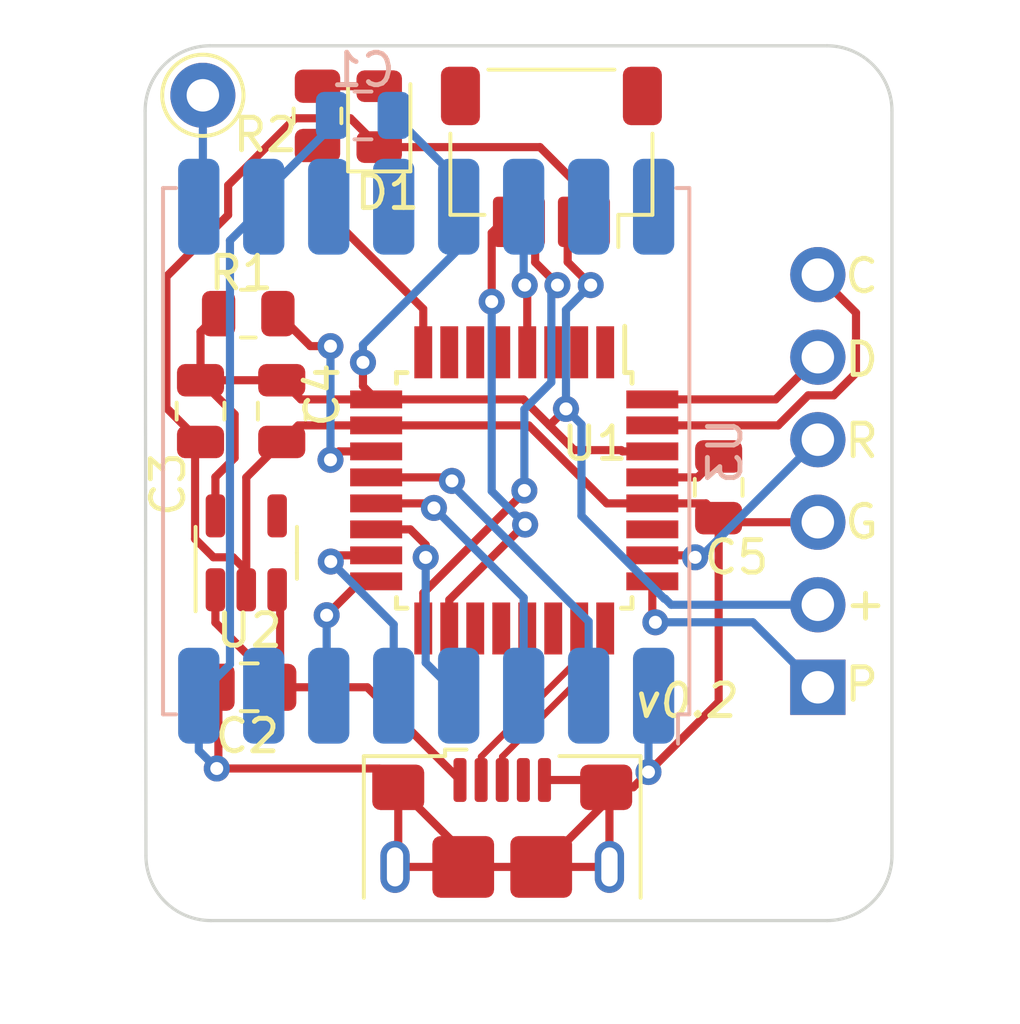
<source format=kicad_pcb>
(kicad_pcb (version 20221018) (generator pcbnew)
  (layers (0 "F.Cu" signal) (31 "B.Cu" signal) (34 "B.Paste" user) (35 "F.Paste" user) (36 "B.SilkS" user "B.Silkscreen") (37 "F.SilkS" user "F.Silkscreen") (38 "B.Mask" user) (39 "F.Mask" user) (44 "Edge.Cuts" user))
  (net 0 "")
  (net 1 "+5V")
  (net 2 "GND")
  (net 3 "+3.3V")
  (net 4 "Net-(U1-VDDCORE)")
  (net 5 "/SWDIO")
  (net 6 "/SDA")
  (net 7 "/SCL")
  (net 8 "/D-")
  (net 9 "/D+")
  (net 20 "/RESET")
  (net 21 "/PA27")
  (net 22 "/SWCLK")
  (net 24 "/MISO")
  (net 25 "/MOSI")
  (net 26 "/SCK")
  (net 27 "/CSN")
  (net 28 "/RST")
  (net 30 "/ANT")
  (net 33 "/INTR")
  (net 36 "Net-(D1-A)")
  (net 38 "Net-(U1-PA08)")
  (net 39 "Net-(U1-PA07)")
  (footprint "Capacitor_SMD:C_0805_2012Metric" (layer "F.Cu") (at 133 99.5 180)
    (fp_text reference "C2" (at 0.0564 -1.5) (layer "F.SilkS"))
    (fp_text value "10uF")
    (fp_line (start -0.261252 -0.735) (end 0.261252 -0.735) (stroke (width 0.12)) (layer "F.SilkS"))
    (fp_line (start -0.261252 0.735) (end 0.261252 0.735) (stroke (width 0.12)) (layer "F.SilkS"))
    (pad "1" smd roundrect (at -0.95 0 180) (size 1 1.45) (layers "F.Cu" "F.Paste" "F.Mask") (net 1 "+5V"))
    (pad "2" smd roundrect (at 0.95 0 180) (size 1 1.45) (layers "F.Cu" "F.Paste" "F.Mask") (net 2 "GND"))
  )
  (footprint "Connector_Pin:Pin_D1.0mm_L10.0mm" (layer "F.Cu") (at 131.572 81.28)
    (fp_text reference "ANT1")
    (fp_text value "Conn_01x01_Pin")
    (fp_circle (center 0 0) (end 1.25 0.05) (stroke (width 0.12)) (fill none) (layer "F.SilkS"))
    (pad "1" thru_hole circle (at 0 0) (size 2 2) (drill 1) (layers "*.Cu" "*.Mask") (net 30 "/ANT"))
  )
  (footprint "Resistor_SMD:R_0805_2012Metric" (layer "F.Cu") (at 135.1 81.9125 -90)
    (fp_text reference "R2" (at 0.5875 1.6 -180) (layer "F.SilkS"))
    (fp_text value "5.1k")
    (fp_line (start -0.227064 -0.735) (end 0.227064 -0.735) (stroke (width 0.12)) (layer "F.SilkS"))
    (fp_line (start -0.227064 0.735) (end 0.227064 0.735) (stroke (width 0.12)) (layer "F.SilkS"))
    (pad "1" smd roundrect (at -0.9125 0 270) (size 1.025 1.4) (layers "F.Cu" "F.Paste" "F.Mask") (roundrect_rratio 0.243902) (net 36 "Net-(D1-A)"))
    (pad "2" smd roundrect (at 0.9125 0 270) (size 1.025 1.4) (layers "F.Cu" "F.Paste" "F.Mask") (roundrect_rratio 0.243902) (net 39 "Net-(U1-PA07)"))
  )
  (footprint "MountingHole:MountingHole_2.2mm_M2" (layer "F.Cu") (at 150 104)
    (fp_text reference "H3" hide)
    (fp_text value "MountingHole")
    (pad "" np_thru_hole circle (at 0 0) (size 2.2 2.2) (drill 2.2) (layers "*.Cu" "*.Mask"))
  )
  (footprint "LED_SMD:LED_0805_2012Metric" (layer "F.Cu") (at 137 81.9375 90)
    (fp_text reference "D1" (at -2.3397 0.25 180) (layer "F.SilkS"))
    (fp_text value "LED")
    (fp_line (start -1.685 -0.96) (end -1.685 0.96) (stroke (width 0.12)) (layer "F.SilkS"))
    (fp_line (start -1.685 0.96) (end 1 0.96) (stroke (width 0.12)) (layer "F.SilkS"))
    (fp_line (start 1 -0.96) (end -1.685 -0.96) (stroke (width 0.12)) (layer "F.SilkS"))
    (pad "1" smd roundrect (at -0.9375 0 90) (size 0.975 1.4) (layers "F.Cu" "F.Paste" "F.Mask") (net 2 "GND"))
    (pad "2" smd roundrect (at 0.9375 0 90) (size 0.975 1.4) (layers "F.Cu" "F.Paste" "F.Mask") (net 36 "Net-(D1-A)"))
  )
  (footprint "Resistor_SMD:R_0805_2012Metric" (layer "F.Cu") (at 132.969 88)
    (fp_text reference "R1" (at -0.219 -1.25) (layer "F.SilkS"))
    (fp_text value "5.1k")
    (fp_line (start -0.227064 -0.735) (end 0.227064 -0.735) (stroke (width 0.12)) (layer "F.SilkS"))
    (fp_line (start -0.227064 0.735) (end 0.227064 0.735) (stroke (width 0.12)) (layer "F.SilkS"))
    (pad "1" smd roundrect (at -0.9125 0) (size 1.025 1.4) (layers "F.Cu" "F.Paste" "F.Mask") (roundrect_rratio 0.243902) (net 3 "+3.3V"))
    (pad "2" smd roundrect (at 0.9125 0) (size 1.025 1.4) (layers "F.Cu" "F.Paste" "F.Mask") (roundrect_rratio 0.243902) (net 38 "Net-(U1-PA08)"))
  )
  (footprint "Capacitor_SMD:C_0805_2012Metric" (layer "F.Cu") (at 147.447 93.345 -90)
    (fp_text reference "C5" (at 2.155 -0.553 -180) (layer "F.SilkS"))
    (fp_text value "1uF")
    (fp_line (start -0.261252 -0.735) (end 0.261252 -0.735) (stroke (width 0.12)) (layer "F.SilkS"))
    (fp_line (start -0.261252 0.735) (end 0.261252 0.735) (stroke (width 0.12)) (layer "F.SilkS"))
    (pad "1" smd roundrect (at -0.95 0 270) (size 1 1.45) (layers "F.Cu" "F.Paste" "F.Mask") (net 4 "Net-(U1-VDDCORE)"))
    (pad "2" smd roundrect (at 0.95 0 270) (size 1 1.45) (layers "F.Cu" "F.Paste" "F.Mask") (net 2 "GND"))
  )
  (footprint "Connector_PinHeader_2.54mm:PinHeader_1x06_P2.54mm_Vertical" (layer "F.Cu") (at 150.5 99.5 180)
    (fp_text reference "DBG1")
    (fp_text value "Conn_01x06_Pin")
    (pad "1" thru_hole rect (at 0 0 180) (size 1.7 1.7) (drill 1) (layers "*.Cu" "*.Mask") (net 21 "/PA27"))
    (pad "2" thru_hole oval (at 0 2.54 180) (size 1.7 1.7) (drill 1) (layers "*.Cu" "*.Mask") (net 3 "+3.3V"))
    (pad "3" thru_hole oval (at 0 5.08 180) (size 1.7 1.7) (drill 1) (layers "*.Cu" "*.Mask") (net 2 "GND"))
    (pad "4" thru_hole oval (at 0 7.62 180) (size 1.7 1.7) (drill 1) (layers "*.Cu" "*.Mask") (net 20 "/RESET"))
    (pad "5" thru_hole oval (at 0 10.16 180) (size 1.7 1.7) (drill 1) (layers "*.Cu" "*.Mask") (net 5 "/SWDIO"))
    (pad "6" thru_hole oval (at 0 12.7 180) (size 1.7 1.7) (drill 1) (layers "*.Cu" "*.Mask") (net 22 "/SWCLK"))
  )
  (footprint "Package_TO_SOT_SMD:SOT-23-5" (layer "F.Cu") (at 132.908 95.3625 90)
    (fp_text reference "U2" (at -2.3875 0.092 180) (layer "F.SilkS"))
    (fp_text value "AP2112K-3.3")
    (fp_line (start 0 -1.56) (end -1.8 -1.56) (stroke (width 0.12)) (layer "F.SilkS"))
    (fp_line (start 0 -1.56) (end 0.8 -1.56) (stroke (width 0.12)) (layer "F.SilkS"))
    (fp_line (start 0 1.56) (end -0.8 1.56) (stroke (width 0.12)) (layer "F.SilkS"))
    (fp_line (start 0 1.56) (end 0.8 1.56) (stroke (width 0.12)) (layer "F.SilkS"))
    (pad "1" smd roundrect (at -1.1375 -0.95 90) (size 1.325 0.6) (layers "F.Cu" "F.Paste" "F.Mask") (net 1 "+5V"))
    (pad "2" smd roundrect (at -1.1375 0 90) (size 1.325 0.6) (layers "F.Cu" "F.Paste" "F.Mask") (net 2 "GND"))
    (pad "3" smd roundrect (at -1.1375 0.95 90) (size 1.325 0.6) (layers "F.Cu" "F.Paste" "F.Mask") (net 1 "+5V"))
    (pad "4" smd roundrect (at 1.1375 0.95 90) (size 1.325 0.6) (layers "F.Cu" "F.Paste" "F.Mask"))
    (pad "5" smd roundrect (at 1.1375 -0.95 90) (size 1.325 0.6) (layers "F.Cu" "F.Paste" "F.Mask") (net 3 "+3.3V"))
  )
  (footprint "MountingHole:MountingHole_2.2mm_M2" (layer "F.Cu") (at 150 82.5)
    (fp_text reference "H1" hide)
    (fp_text value "MountingHole")
    (pad "" np_thru_hole circle (at 0 0) (size 2.2 2.2) (drill 2.2) (layers "*.Cu" "*.Mask"))
  )
  (footprint "Connector_USB:USB_Micro-B_Amphenol_10118193-0001LF_Horizontal" (layer "F.Cu") (at 140.786 105.029)
    (fp_text reference "J3")
    (fp_text value "USB_B_Micro")
    (fp_line (start -4.26 -3.41) (end -4.26 0.95) (stroke (width 0.12)) (layer "F.SilkS"))
    (fp_line (start -4.26 -3.41) (end -1.76 -3.41) (stroke (width 0.12)) (layer "F.SilkS"))
    (fp_line (start -1.76 -3.41) (end -1.76 -3.61) (stroke (width 0.12)) (layer "F.SilkS"))
    (fp_line (start -1.1 -3.61) (end -1.76 -3.61) (stroke (width 0.12)) (layer "F.SilkS"))
    (fp_line (start 1.76 -3.41) (end 4.26 -3.41) (stroke (width 0.12)) (layer "F.SilkS"))
    (fp_line (start 4.26 -3.41) (end 4.26 0.95) (stroke (width 0.12)) (layer "F.SilkS"))
    (pad "1" smd roundrect (at -1.3 -2.675) (size 0.4 1.35) (layers "F.Cu" "F.Paste" "F.Mask") (net 1 "+5V"))
    (pad "2" smd roundrect (at -0.65 -2.675) (size 0.4 1.35) (layers "F.Cu" "F.Paste" "F.Mask") (net 8 "/D-"))
    (pad "3" smd roundrect (at 0 -2.675) (size 0.4 1.35) (layers "F.Cu" "F.Paste" "F.Mask") (net 9 "/D+"))
    (pad "4" smd roundrect (at 0.65 -2.675) (size 0.4 1.35) (layers "F.Cu" "F.Paste" "F.Mask"))
    (pad "5" smd roundrect (at 1.3 -2.675) (size 0.4 1.35) (layers "F.Cu" "F.Paste" "F.Mask") (net 2 "GND"))
    (pad "6" thru_hole oval (at -3.3 0 90) (size 1.6 0.9) (drill oval 1.2 0.5) (layers "*.Cu" "*.Mask" "F.Paste") (net 2 "GND"))
    (pad "6" smd roundrect (at -3.2 -2.45) (size 1.6 1.4) (layers "F.Cu" "F.Paste" "F.Mask") (roundrect_rratio 0.1785714286) (net 2 "GND"))
    (pad "6" smd roundrect (at -1.2 0) (size 1.9 1.9) (layers "F.Cu" "F.Paste" "F.Mask") (roundrect_rratio 0.1315789474) (net 2 "GND"))
    (pad "6" smd roundrect (at 1.2 0) (size 1.9 1.9) (layers "F.Cu" "F.Paste" "F.Mask") (roundrect_rratio 0.1315789474) (net 2 "GND"))
    (pad "6" smd roundrect (at 3.2 -2.45) (size 1.6 1.4) (layers "F.Cu" "F.Paste" "F.Mask") (roundrect_rratio 0.1785714286) (net 2 "GND"))
    (pad "6" thru_hole oval (at 3.3 0 90) (size 1.6 0.9) (drill oval 1.2 0.5) (layers "*.Cu" "*.Mask" "F.Paste") (net 2 "GND"))
  )
  (footprint "MountingHole:MountingHole_2.2mm_M2" (layer "F.Cu") (at 132.5 104)
    (fp_text reference "H4" hide)
    (fp_text value "MountingHole")
    (pad "" np_thru_hole circle (at 0 0) (size 2.2 2.2) (drill 2.2) (layers "*.Cu" "*.Mask"))
  )
  (footprint "Connector_JST:JST_SH_SM04B-SRSS-TB_1x04-1MP_P1.00mm_Horizontal" (layer "F.Cu") (at 142.3 83.175 180)
    (fp_text reference "I2C1")
    (fp_text value "Conn_01x04")
    (fp_line (start -3.11 -1.785) (end -2.06 -1.785) (stroke (width 0.12)) (layer "F.SilkS"))
    (fp_line (start -3.11 0.715) (end -3.11 -1.785) (stroke (width 0.12)) (layer "F.SilkS"))
    (fp_line (start -2.06 -1.785) (end -2.06 -2.775) (stroke (width 0.12)) (layer "F.SilkS"))
    (fp_line (start -1.94 2.685) (end 1.94 2.685) (stroke (width 0.12)) (layer "F.SilkS"))
    (fp_line (start 3.11 -1.785) (end 2.06 -1.785) (stroke (width 0.12)) (layer "F.SilkS"))
    (fp_line (start 3.11 0.715) (end 3.11 -1.785) (stroke (width 0.12)) (layer "F.SilkS"))
    (pad "1" smd roundrect (at -1.5 -2 180) (size 0.6 1.55) (layers "F.Cu" "F.Paste" "F.Mask") (net 2 "GND"))
    (pad "2" smd roundrect (at -0.5 -2 180) (size 0.6 1.55) (layers "F.Cu" "F.Paste" "F.Mask") (net 3 "+3.3V"))
    (pad "3" smd roundrect (at 0.5 -2 180) (size 0.6 1.55) (layers "F.Cu" "F.Paste" "F.Mask") (net 6 "/SDA"))
    (pad "4" smd roundrect (at 1.5 -2 180) (size 0.6 1.55) (layers "F.Cu" "F.Paste" "F.Mask") (net 7 "/SCL"))
    (pad "MP" smd roundrect (at -2.8 1.875 180) (size 1.2 1.8) (layers "F.Cu" "F.Paste" "F.Mask") (roundrect_rratio 0.208333))
    (pad "MP" smd roundrect (at 2.8 1.875 180) (size 1.2 1.8) (layers "F.Cu" "F.Paste" "F.Mask") (roundrect_rratio 0.208333))
  )
  (footprint "Capacitor_SMD:C_0805_2012Metric" (layer "F.Cu") (at 134 91 -90)
    (fp_text reference "C4" (at -0.5 -1.25 -90) (layer "F.SilkS"))
    (fp_text value "1uF")
    (fp_line (start -0.261252 -0.735) (end 0.261252 -0.735) (stroke (width 0.12)) (layer "F.SilkS"))
    (fp_line (start -0.261252 0.735) (end 0.261252 0.735) (stroke (width 0.12)) (layer "F.SilkS"))
    (pad "1" smd roundrect (at -0.95 0 270) (size 1 1.45) (layers "F.Cu" "F.Paste" "F.Mask") (net 3 "+3.3V"))
    (pad "2" smd roundrect (at 0.95 0 270) (size 1 1.45) (layers "F.Cu" "F.Paste" "F.Mask") (net 2 "GND"))
  )
  (footprint "Package_QFP:TQFP-32_7x7mm_P0.8mm" (layer "F.Cu") (at 141.156 93.44 -90)
    (fp_text reference "U1" (at -1.44 -2.481 -180) (layer "F.SilkS"))
    (fp_text value "ATSAMD21E18A-A")
    (fp_line (start -3.625 -3.625) (end -3.625 -3.4) (stroke (width 0.15)) (layer "F.SilkS"))
    (fp_line (start -3.625 -3.625) (end -3.3 -3.625) (stroke (width 0.15)) (layer "F.SilkS"))
    (fp_line (start -3.625 -3.4) (end -5.05 -3.4) (stroke (width 0.15)) (layer "F.SilkS"))
    (fp_line (start -3.625 3.625) (end -3.625 3.3) (stroke (width 0.15)) (layer "F.SilkS"))
    (fp_line (start -3.625 3.625) (end -3.3 3.625) (stroke (width 0.15)) (layer "F.SilkS"))
    (fp_line (start 3.625 -3.625) (end 3.3 -3.625) (stroke (width 0.15)) (layer "F.SilkS"))
    (fp_line (start 3.625 -3.625) (end 3.625 -3.3) (stroke (width 0.15)) (layer "F.SilkS"))
    (fp_line (start 3.625 3.625) (end 3.3 3.625) (stroke (width 0.15)) (layer "F.SilkS"))
    (fp_line (start 3.625 3.625) (end 3.625 3.3) (stroke (width 0.15)) (layer "F.SilkS"))
    (pad "1" smd rect (at -4.25 -2.8 270) (size 1.6 0.55) (layers "F.Cu" "F.Paste" "F.Mask"))
    (pad "2" smd rect (at -4.25 -2 270) (size 1.6 0.55) (layers "F.Cu" "F.Paste" "F.Mask"))
    (pad "3" smd rect (at -4.25 -1.2 270) (size 1.6 0.55) (layers "F.Cu" "F.Paste" "F.Mask"))
    (pad "4" smd rect (at -4.25 -0.4 270) (size 1.6 0.55) (layers "F.Cu" "F.Paste" "F.Mask") (net 33 "/INTR"))
    (pad "5" smd rect (at -4.25 0.4 270) (size 1.6 0.55) (layers "F.Cu" "F.Paste" "F.Mask"))
    (pad "6" smd rect (at -4.25 1.2 270) (size 1.6 0.55) (layers "F.Cu" "F.Paste" "F.Mask"))
    (pad "7" smd rect (at -4.25 2 270) (size 1.6 0.55) (layers "F.Cu" "F.Paste" "F.Mask"))
    (pad "8" smd rect (at -4.25 2.8 270) (size 1.6 0.55) (layers "F.Cu" "F.Paste" "F.Mask") (net 39 "Net-(U1-PA07)"))
    (pad "9" smd rect (at -2.8 4.25) (size 1.6 0.55) (layers "F.Cu" "F.Paste" "F.Mask") (net 3 "+3.3V"))
    (pad "10" smd rect (at -2 4.25) (size 1.6 0.55) (layers "F.Cu" "F.Paste" "F.Mask") (net 2 "GND"))
    (pad "11" smd rect (at -1.2 4.25) (size 1.6 0.55) (layers "F.Cu" "F.Paste" "F.Mask") (net 38 "Net-(U1-PA08)"))
    (pad "12" smd rect (at -0.4 4.25) (size 1.6 0.55) (layers "F.Cu" "F.Paste" "F.Mask") (net 24 "/MISO"))
    (pad "13" smd rect (at 0.4 4.25) (size 1.6 0.55) (layers "F.Cu" "F.Paste" "F.Mask") (net 25 "/MOSI"))
    (pad "14" smd rect (at 1.2 4.25) (size 1.6 0.55) (layers "F.Cu" "F.Paste" "F.Mask") (net 26 "/SCK"))
    (pad "15" smd rect (at 2 4.25) (size 1.6 0.55) (layers "F.Cu" "F.Paste" "F.Mask") (net 27 "/CSN"))
    (pad "16" smd rect (at 2.8 4.25) (size 1.6 0.55) (layers "F.Cu" "F.Paste" "F.Mask") (net 28 "/RST"))
    (pad "17" smd rect (at 4.25 2.8 270) (size 1.6 0.55) (layers "F.Cu" "F.Paste" "F.Mask") (net 6 "/SDA"))
    (pad "18" smd rect (at 4.25 2 270) (size 1.6 0.55) (layers "F.Cu" "F.Paste" "F.Mask") (net 7 "/SCL"))
    (pad "19" smd rect (at 4.25 1.2 270) (size 1.6 0.55) (layers "F.Cu" "F.Paste" "F.Mask"))
    (pad "20" smd rect (at 4.25 0.4 270) (size 1.6 0.55) (layers "F.Cu" "F.Paste" "F.Mask"))
    (pad "21" smd rect (at 4.25 -0.4 270) (size 1.6 0.55) (layers "F.Cu" "F.Paste" "F.Mask"))
    (pad "22" smd rect (at 4.25 -1.2 270) (size 1.6 0.55) (layers "F.Cu" "F.Paste" "F.Mask"))
    (pad "23" smd rect (at 4.25 -2 270) (size 1.6 0.55) (layers "F.Cu" "F.Paste" "F.Mask") (net 8 "/D-"))
    (pad "24" smd rect (at 4.25 -2.8 270) (size 1.6 0.55) (layers "F.Cu" "F.Paste" "F.Mask") (net 9 "/D+"))
    (pad "25" smd rect (at 2.8 -4.25) (size 1.6 0.55) (layers "F.Cu" "F.Paste" "F.Mask") (net 21 "/PA27"))
    (pad "26" smd rect (at 2 -4.25) (size 1.6 0.55) (layers "F.Cu" "F.Paste" "F.Mask") (net 20 "/RESET"))
    (pad "27" smd rect (at 1.2 -4.25) (size 1.6 0.55) (layers "F.Cu" "F.Paste" "F.Mask"))
    (pad "28" smd rect (at 0.4 -4.25) (size 1.6 0.55) (layers "F.Cu" "F.Paste" "F.Mask") (net 2 "GND"))
    (pad "29" smd rect (at -0.4 -4.25) (size 1.6 0.55) (layers "F.Cu" "F.Paste" "F.Mask") (net 4 "Net-(U1-VDDCORE)"))
    (pad "30" smd rect (at -1.2 -4.25) (size 1.6 0.55) (layers "F.Cu" "F.Paste" "F.Mask") (net 3 "+3.3V"))
    (pad "31" smd rect (at -2 -4.25) (size 1.6 0.55) (layers "F.Cu" "F.Paste" "F.Mask") (net 22 "/SWCLK"))
    (pad "32" smd rect (at -2.8 -4.25) (size 1.6 0.55) (layers "F.Cu" "F.Paste" "F.Mask") (net 5 "/SWDIO"))
  )
  (footprint "Capacitor_SMD:C_0805_2012Metric" (layer "F.Cu") (at 131.5 91 -90)
    (fp_text reference "C3" (at 2.25 1 90) (layer "F.SilkS"))
    (fp_text value "10uF")
    (fp_line (start -0.261252 -0.735) (end 0.261252 -0.735) (stroke (width 0.12)) (layer "F.SilkS"))
    (fp_line (start -0.261252 0.735) (end 0.261252 0.735) (stroke (width 0.12)) (layer "F.SilkS"))
    (pad "1" smd roundrect (at -0.95 0 270) (size 1 1.45) (layers "F.Cu" "F.Paste" "F.Mask") (net 3 "+3.3V"))
    (pad "2" smd roundrect (at 0.95 0 270) (size 1 1.45) (layers "F.Cu" "F.Paste" "F.Mask") (net 2 "GND"))
  )
  (footprint "RF_Module:HOPERF_RFM9XW_SMD" (layer "B.Cu") (at 138.446 92.234 90)
    (fp_text reference "U3" (at 0 9.2 90) (layer "B.SilkS") (effects (justify mirror)))
    (fp_text value "RFM69HCW")
    (fp_line (start -8.1 -8.1) (end 8.1 -8.1) (stroke (width 0.12)) (layer "B.SilkS"))
    (fp_line (start -8.1 -7.7) (end -8.1 -8.1) (stroke (width 0.12)) (layer "B.SilkS"))
    (fp_line (start -8.1 7.75) (end -9 7.75) (stroke (width 0.12)) (layer "B.SilkS"))
    (fp_line (start -8.1 8.1) (end -8.1 7.75) (stroke (width 0.12)) (layer "B.SilkS"))
    (fp_line (start -8.1 8.1) (end 8.1 8.1) (stroke (width 0.12)) (layer "B.SilkS"))
    (fp_line (start 8.1 -8.1) (end 8.1 -7.7) (stroke (width 0.12)) (layer "B.SilkS"))
    (fp_line (start 8.1 8.1) (end 8.1 7.7) (stroke (width 0.12)) (layer "B.SilkS"))
    (pad "1" smd roundrect (at -7.525 7 90) (size 2.95 1.27) (layers "B.Cu" "B.Paste" "B.Mask") (net 2 "GND"))
    (pad "2" smd roundrect (at -7.525 5 90) (size 2.95 1.27) (layers "B.Cu" "B.Paste" "B.Mask") (net 24 "/MISO"))
    (pad "3" smd roundrect (at -7.525 3 90) (size 2.95 1.27) (layers "B.Cu" "B.Paste" "B.Mask") (net 25 "/MOSI"))
    (pad "4" smd roundrect (at -7.525 1 90) (size 2.95 1.27) (layers "B.Cu" "B.Paste" "B.Mask") (net 26 "/SCK"))
    (pad "5" smd roundrect (at -7.525 -1 90) (size 2.95 1.27) (layers "B.Cu" "B.Paste" "B.Mask") (net 27 "/CSN"))
    (pad "6" smd roundrect (at -7.525 -3 90) (size 2.95 1.27) (layers "B.Cu" "B.Paste" "B.Mask") (net 28 "/RST"))
    (pad "7" smd roundrect (at -7.525 -5 90) (size 2.95 1.27) (layers "B.Cu" "B.Paste" "B.Mask"))
    (pad "8" smd roundrect (at -7.525 -7 90) (size 2.95 1.27) (layers "B.Cu" "B.Paste" "B.Mask") (net 2 "GND"))
    (pad "9" smd roundrect (at 7.525 -7 90) (size 2.95 1.27) (layers "B.Cu" "B.Paste" "B.Mask") (net 30 "/ANT"))
    (pad "10" smd roundrect (at 7.525 -5 90) (size 2.95 1.27) (layers "B.Cu" "B.Paste" "B.Mask") (net 2 "GND"))
    (pad "11" smd roundrect (at 7.525 -3 90) (size 2.95 1.27) (layers "B.Cu" "B.Paste" "B.Mask"))
    (pad "12" smd roundrect (at 7.525 -1 90) (size 2.95 1.27) (layers "B.Cu" "B.Paste" "B.Mask"))
    (pad "13" smd roundrect (at 7.525 1 90) (size 2.95 1.27) (layers "B.Cu" "B.Paste" "B.Mask") (net 3 "+3.3V"))
    (pad "14" smd roundrect (at 7.525 3 90) (size 2.95 1.27) (layers "B.Cu" "B.Paste" "B.Mask") (net 33 "/INTR"))
    (pad "15" smd roundrect (at 7.525 5 90) (size 2.95 1.27) (layers "B.Cu" "B.Paste" "B.Mask"))
    (pad "16" smd roundrect (at 7.525 7 90) (size 2.95 1.27) (layers "B.Cu" "B.Paste" "B.Mask"))
  )
  (footprint "Capacitor_SMD:C_0805_2012Metric" (layer "B.Cu") (at 136.5 81.9 180)
    (fp_text reference "C1" (at 0 1.4) (layer "B.SilkS") (effects (justify mirror)))
    (fp_text value "0.1uF")
    (fp_line (start -0.261252 -0.735) (end 0.261252 -0.735) (stroke (width 0.12)) (layer "B.SilkS"))
    (fp_line (start -0.261252 0.735) (end 0.261252 0.735) (stroke (width 0.12)) (layer "B.SilkS"))
    (pad "1" smd roundrect (at -0.95 0 180) (size 1 1.45) (layers "B.Cu" "B.Paste" "B.Mask") (net 3 "+3.3V"))
    (pad "2" smd roundrect (at 0.95 0 180) (size 1 1.45) (layers "B.Cu" "B.Paste" "B.Mask") (net 2 "GND"))
  )
  (gr_arc (start 129.796082 81.75808) (mid 130.381132 80.342522) (end 131.796081 79.756) (stroke (width 0.1)) (layer "Edge.Cuts"))
  (gr_line (start 131.819921 106.68) (end 150.781 106.68) (stroke (width 0.1)) (layer "Edge.Cuts"))
  (gr_arc (start 131.819921 106.68) (mid 130.406443 106.094949) (end 129.819922 104.68208) (stroke (width 0.1)) (layer "Edge.Cuts"))
  (gr_arc (start 150.781 79.756) (mid 152.195214 80.341786) (end 152.781 81.756) (stroke (width 0.1)) (layer "Edge.Cuts"))
  (gr_arc (start 152.781 104.68) (mid 152.195214 106.094214) (end 150.781 106.68) (stroke (width 0.1)) (layer "Edge.Cuts"))
  (gr_line (start 129.819922 104.68208) (end 129.796082 81.75808) (stroke (width 0.1)) (layer "Edge.Cuts"))
  (gr_line (start 131.796081 79.756) (end 150.781 79.756) (stroke (width 0.1)) (layer "Edge.Cuts"))
  (gr_line (start 152.781 81.756) (end 152.781 104.68) (stroke (width 0.1)) (layer "Edge.Cuts"))
  (gr_text "v0.2" (at 144.75 100.5) (layer "F.SilkS") (effects (font (size 1 1) (thickness 0.15) italic) (justify left bottom)))
  (gr_text "C" (at 151.25 87.4268) (layer "F.SilkS") (effects (font (size 1 1)) (justify left bottom)))
  (gr_text "P" (at 151.25 100) (layer "F.SilkS") (effects (font (size 1 1)) (justify left bottom)))
  (gr_text "R" (at 151.25 92.5) (layer "F.SilkS") (effects (font (size 1 1)) (justify left bottom)))
  (gr_text "D" (at 151.25 90) (layer "F.SilkS") (effects (font (size 1 1)) (justify left bottom)))
  (gr_text "G" (at 151.25 95) (layer "F.SilkS") (effects (font (size 1 1)) (justify left bottom)))
  (gr_text "+" (at 151.25 97.5) (layer "F.SilkS") (effects (font (size 1 1)) (justify left bottom)))
  (segment (start 136.632 99.5) (end 139.486 102.354) (width 0.25) (layer "F.Cu") (net 1))
  (segment (start 133.95 99.5) (end 131.958 97.508) (width 0.25) (layer "F.Cu") (net 1))
  (segment (start 133.95 96.592) (end 133.858 96.5) (width 0.25) (layer "F.Cu") (net 1))
  (segment (start 133.95 99.5) (end 136.632 99.5) (width 0.25) (layer "F.Cu") (net 1))
  (segment (start 133.95 99.5) (end 133.95 96.592) (width 0.25) (layer "F.Cu") (net 1))
  (segment (start 131.958 97.508) (end 131.958 96.5) (width 0.25) (layer "F.Cu") (net 1))
  (segment (start 147.572 94.42) (end 150.5 94.42) (width 0.25) (layer "F.Cu") (net 2))
  (segment (start 144.086 102.679) (end 143.986 102.579) (width 0.25) (layer "F.Cu") (net 2))
  (segment (start 134 91.95) (end 134.51 91.44) (width 0.25) (layer "F.Cu") (net 2))
  (segment (start 143.761 102.354) (end 143.986 102.579) (width 0.25) (layer "F.Cu") (net 2))
  (segment (start 141.986 105.029) (end 143.986 103.029) (width 0.25) (layer "F.Cu") (net 2))
  (segment (start 132.908 93.042) (end 134 91.95) (width 0.25) (layer "F.Cu") (net 2))
  (segment (start 137.586 102.579) (end 139.586 104.579) (width 0.25) (layer "F.Cu") (net 2))
  (segment (start 147.447 99.949) (end 147.447 94.295) (width 0.25) (layer "F.Cu") (net 2))
  (segment (start 143.986 103.029) (end 143.986 102.579) (width 0.25) (layer "F.Cu") (net 2))
  (segment (start 131.898749 95.5) (end 132.5 95.5) (width 0.25) (layer "F.Cu") (net 2))
  (segment (start 130.45 86.863) (end 132.35 84.963) (width 0.25) (layer "F.Cu") (net 2))
  (segment (start 131.5 91.95) (end 131.333 92.117) (width 0.25) (layer "F.Cu") (net 2))
  (segment (start 130.45 90.9) (end 130.45 86.863) (width 0.25) (layer "F.Cu") (net 2))
  (segment (start 137 82.875) (end 141.946751 82.875) (width 0.25) (layer "F.Cu") (net 2))
  (segment (start 141.946751 82.875) (end 143.8 84.728249) (width 0.25) (layer "F.Cu") (net 2))
  (segment (start 141.986 105.029) (end 144.086 105.029) (width 0.25) (layer "F.Cu") (net 2))
  (segment (start 139.586 105.029) (end 141.986 105.029) (width 0.25) (layer "F.Cu") (net 2))
  (segment (start 131.333 92.117) (end 131.333 94.934251) (width 0.25) (layer "F.Cu") (net 2))
  (segment (start 132.35 84.963) (end 132.35 84.049327) (width 0.25) (layer "F.Cu") (net 2))
  (segment (start 136.1125 81.9875) (end 137 82.875) (width 0.25) (layer "F.Cu") (net 2))
  (segment (start 144.086 105.029) (end 144.086 102.679) (width 0.25) (layer "F.Cu") (net 2))
  (segment (start 136.906 91.44) (end 141.603604 91.44) (width 0.25) (layer "F.Cu") (net 2))
  (segment (start 131.5 91.95) (end 130.45 90.9) (width 0.25) (layer "F.Cu") (net 2))
  (segment (start 137.586 104.929) (end 137.486 105.029) (width 0.25) (layer "F.Cu") (net 2))
  (segment (start 137.007 102) (end 137.586 102.579) (width 0.25) (layer "F.Cu") (net 2))
  (segment (start 134.51 91.44) (end 136.906 91.44) (width 0.25) (layer "F.Cu") (net 2))
  (segment (start 132.908 96.5) (end 132.908 93.042) (width 0.25) (layer "F.Cu") (net 2))
  (segment (start 132 102) (end 137.007 102) (width 0.25) (layer "F.Cu") (net 2))
  (segment (start 147.058 93.84) (end 145.406 93.84) (width 0.25) (layer "F.Cu") (net 2))
  (segment (start 132.5 95.5) (end 132.908 95.908) (width 0.25) (layer "F.Cu") (net 2))
  (segment (start 143.986 102.579) (end 144.817 102.579) (width 0.25) (layer "F.Cu") (net 2))
  (segment (start 144.003604 93.84) (end 145.406 93.84) (width 0.25) (layer "F.Cu") (net 2))
  (segment (start 144.817 102.579) (end 145.288 102.108) (width 0.25) (layer "F.Cu") (net 2))
  (segment (start 147.447 94.295) (end 147.572 94.42) (width 0.25) (layer "F.Cu") (net 2))
  (segment (start 147.447 94.295) (end 147.447 94.229) (width 0.25) (layer "F.Cu") (net 2))
  (segment (start 131.333 94.934251) (end 131.898749 95.5) (width 0.25) (layer "F.Cu") (net 2))
  (segment (start 134.411827 81.9875) (end 136.1125 81.9875) (width 0.25) (layer "F.Cu") (net 2))
  (segment (start 132.35 84.049327) (end 134.411827 81.9875) (width 0.25) (layer "F.Cu") (net 2))
  (segment (start 137.586 102.579) (end 137.586 104.929) (width 0.25) (layer "F.Cu") (net 2))
  (segment (start 132.908 95.908) (end 132.908 96.5) (width 0.25) (layer "F.Cu") (net 2))
  (segment (start 139.586 104.579) (end 139.586 105.029) (width 0.25) (layer "F.Cu") (net 2))
  (segment (start 132.05 101.95) (end 132.05 99.5) (width 0.25) (layer "F.Cu") (net 2))
  (segment (start 145.288 102.108) (end 147.447 99.949) (width 0.25) (layer "F.Cu") (net 2))
  (segment (start 141.603604 91.44) (end 144.003604 93.84) (width 0.25) (layer "F.Cu") (net 2))
  (segment (start 147.447 94.229) (end 147.058 93.84) (width 0.25) (layer "F.Cu") (net 2))
  (segment (start 142.086 102.354) (end 143.761 102.354) (width 0.25) (layer "F.Cu") (net 2))
  (segment (start 137.486 105.029) (end 139.586 105.029) (width 0.25) (layer "F.Cu") (net 2))
  (segment (start 132 102) (end 132.05 101.95) (width 0.25) (layer "F.Cu") (net 2))
  (segment (start 143.8 84.728249) (end 143.8 85.175) (width 0.25) (layer "F.Cu") (net 2))
  (via (at 132 102) (size 0.8) (drill 0.4) (layers "F.Cu" "B.Cu") (net 2))
  (via (at 145.288 102.108) (size 0.8) (drill 0.4) (layers "F.Cu" "B.Cu") (net 2))
  (segment (start 135.55 81.9) (end 135.55 82.221368) (width 0.25) (layer "B.Cu") (net 2))
  (segment (start 132.406 98.799) (end 132.406 85.749) (width 0.25) (layer "B.Cu") (net 2))
  (segment (start 145.446 99.759) (end 145.288 99.917) (width 0.25) (layer "B.Cu") (net 2))
  (segment (start 135.55 82.221368) (end 133.446 84.325368) (width 0.25) (layer "B.Cu") (net 2))
  (segment (start 145.288 99.917) (end 145.288 102.108) (width 0.25) (layer "B.Cu") (net 2))
  (segment (start 132 102) (end 131.446 101.446) (width 0.25) (layer "B.Cu") (net 2))
  (segment (start 131.446 101.446) (end 131.446 99.759) (width 0.25) (layer "B.Cu") (net 2))
  (segment (start 131.446 99.759) (end 132.406 98.799) (width 0.25) (layer "B.Cu") (net 2))
  (segment (start 133.446 84.325368) (end 133.446 84.709) (width 0.25) (layer "B.Cu") (net 2))
  (segment (start 132.406 85.749) (end 133.446 84.709) (width 0.25) (layer "B.Cu") (net 2))
  (segment (start 131.5 90.05) (end 131.5 88.5565) (width 0.25) (layer "F.Cu") (net 3))
  (segment (start 144.45 92.202) (end 143.002 92.202) (width 0.25) (layer "F.Cu") (net 3))
  (segment (start 144.488 92.24) (end 144.45 92.202) (width 0.25) (layer "F.Cu") (net 3))
  (segment (start 142.24 91.44) (end 141.44 90.64) (width 0.25) (layer "F.Cu") (net 3))
  (segment (start 132.55 91.1) (end 131.5 90.05) (width 0.25) (layer "F.Cu") (net 3))
  (segment (start 131.5 88.5565) (end 132.0565 88) (width 0.25) (layer "F.Cu") (net 3))
  (segment (start 134.59 90.64) (end 136.906 90.64) (width 0.25) (layer "F.Cu") (net 3))
  (segment (start 134 90.05) (end 134.59 90.64) (width 0.25) (layer "F.Cu") (net 3))
  (segment (start 131.958 94.225) (end 131.958 93.030173) (width 0.25) (layer "F.Cu") (net 3))
  (segment (start 131.958 93.030173) (end 132.55 92.438173) (width 0.25) (layer "F.Cu") (net 3))
  (segment (start 132.55 92.438173) (end 132.55 91.1) (width 0.25) (layer "F.Cu") (net 3))
  (segment (start 136.5 89.5) (end 136.5 90.234) (width 0.25) (layer "F.Cu") (net 3))
  (segment (start 142.8 86.412) (end 142.8 85.175) (width 0.25) (layer "F.Cu") (net 3))
  (segment (start 141.44 90.64) (end 136.906 90.64) (width 0.25) (layer "F.Cu") (net 3))
  (segment (start 136.5 90.234) (end 136.906 90.64) (width 0.25) (layer "F.Cu") (net 3))
  (segment (start 145.406 92.24) (end 144.488 92.24) (width 0.25) (layer "F.Cu") (net 3))
  (segment (start 142.748 90.932) (end 142.24 91.44) (width 0.25) (layer "F.Cu") (net 3))
  (segment (start 143.51 87.122) (end 142.8 86.412) (width 0.25) (layer "F.Cu") (net 3))
  (segment (start 131.5 90.05) (end 134 90.05) (width 0.25) (layer "F.Cu") (net 3))
  (segment (start 143.002 92.202) (end 142.24 91.44) (width 0.25) (layer "F.Cu") (net 3))
  (via (at 143.51 87.122) (size 0.8) (drill 0.4) (layers "F.Cu" "B.Cu") (net 3))
  (via (at 136.5 89.5) (size 0.8) (drill 0.4) (layers "F.Cu" "B.Cu") (net 3))
  (via (at 142.748 90.932) (size 0.8) (drill 0.4) (layers "F.Cu" "B.Cu") (net 3))
  (segment (start 145.800305 96.775) (end 145.775 96.775) (width 0.25) (layer "B.Cu") (net 3))
  (segment (start 136.5 89) (end 136.5 89.5) (width 0.25) (layer "B.Cu") (net 3))
  (segment (start 136.5 88.956193) (end 136.5 89) (width 0.25) (layer "B.Cu") (net 3))
  (segment (start 139.446 84.709) (end 139.446 86.010193) (width 0.25) (layer "B.Cu") (net 3))
  (segment (start 139.446 83.896) (end 139.446 84.709) (width 0.25) (layer "B.Cu") (net 3))
  (segment (start 139.446 86.010193) (end 136.5 88.956193) (width 0.25) (layer "B.Cu") (net 3))
  (segment (start 145.775 96.775) (end 143.225 94.225) (width 0.25) (layer "B.Cu") (net 3))
  (segment (start 137.45 81.9) (end 139.446 83.896) (width 0.25) (layer "B.Cu") (net 3))
  (segment (start 150.5 96.96) (end 145.985305 96.96) (width 0.25) (layer "B.Cu") (net 3))
  (segment (start 145.985305 96.96) (end 145.800305 96.775) (width 0.25) (layer "B.Cu") (net 3))
  (segment (start 142.748 87.884) (end 142.748 90.932) (width 0.25) (layer "B.Cu") (net 3))
  (segment (start 143.51 87.122) (end 142.748 87.884) (width 0.25) (layer "B.Cu") (net 3))
  (segment (start 143.225 94.225) (end 143.225 91.409) (width 0.25) (layer "B.Cu") (net 3))
  (segment (start 143.225 91.409) (end 142.748 90.932) (width 0.25) (layer "B.Cu") (net 3))
  (segment (start 146.802 93.04) (end 145.406 93.04) (width 0.25) (layer "F.Cu") (net 4))
  (segment (start 147.447 92.395) (end 146.802 93.04) (width 0.25) (layer "F.Cu") (net 4))
  (segment (start 149.2 90.64) (end 150.5 89.34) (width 0.25) (layer "F.Cu") (net 5))
  (segment (start 145.406 90.64) (end 149.2 90.64) (width 0.25) (layer "F.Cu") (net 5))
  (segment (start 142.494 87.112695) (end 142.494 87.113402) (width 0.25) (layer "F.Cu") (net 6))
  (segment (start 138.356 96.603305) (end 138.356 97.69) (width 0.25) (layer "F.Cu") (net 6))
  (segment (start 141.8 86.418695) (end 142.494 87.112695) (width 0.25) (layer "F.Cu") (net 6))
  (segment (start 142.494 87.113402) (end 142.485402 87.122) (width 0.25) (layer "F.Cu") (net 6))
  (segment (start 141.8 85.175) (end 141.8 86.418695) (width 0.25) (layer "F.Cu") (net 6))
  (segment (start 141.467504 93.491801) (end 138.356 96.603305) (width 0.25) (layer "F.Cu") (net 6))
  (segment (start 141.467504 93.444307) (end 141.467504 93.491801) (width 0.25) (layer "F.Cu") (net 6))
  (via (at 142.485402 87.122) (size 0.8) (drill 0.4) (layers "F.Cu" "B.Cu") (net 6))
  (via (at 141.467504 93.444307) (size 0.8) (drill 0.4) (layers "F.Cu" "B.Cu") (net 6))
  (segment (start 142.298 87.309402) (end 142.485402 87.122) (width 0.25) (layer "B.Cu") (net 6))
  (segment (start 141.467504 93.444307) (end 141.467504 90.942496) (width 0.25) (layer "B.Cu") (net 6))
  (segment (start 142.298 90.112) (end 142.298 87.309402) (width 0.25) (layer "B.Cu") (net 6))
  (segment (start 141.467504 90.942496) (end 142.298 90.112) (width 0.25) (layer "B.Cu") (net 6))
  (segment (start 139.156 96.81) (end 141.478 94.488) (width 0.25) (layer "F.Cu") (net 7))
  (segment (start 140.8 85.175) (end 140.462 85.513) (width 0.25) (layer "F.Cu") (net 7))
  (segment (start 141.482653 94.492653) (end 141.491251 94.492653) (width 0.25) (layer "F.Cu") (net 7))
  (segment (start 141.478 94.488) (end 141.482653 94.492653) (width 0.25) (layer "F.Cu") (net 7))
  (segment (start 140.462 85.513) (end 140.462 87.63) (width 0.25) (layer "F.Cu") (net 7))
  (segment (start 139.156 97.69) (end 139.156 96.81) (width 0.25) (layer "F.Cu") (net 7))
  (via (at 141.491251 94.492653) (size 0.8) (drill 0.4) (layers "F.Cu" "B.Cu") (net 7))
  (via (at 140.462 87.63) (size 0.8) (drill 0.4) (layers "F.Cu" "B.Cu") (net 7))
  (segment (start 140.462 87.63) (end 140.462 93.463402) (width 0.25) (layer "B.Cu") (net 7))
  (segment (start 140.462 93.463402) (end 141.491251 94.492653) (width 0.25) (layer "B.Cu") (net 7))
  (segment (start 143.156 98.616315) (end 143.156 97.69) (width 0.2) (layer "F.Cu") (net 8))
  (segment (start 140.136 102.354) (end 140.136 101.636315) (width 0.2) (layer "F.Cu") (net 8))
  (segment (start 140.136 101.636315) (end 143.156 98.616315) (width 0.2) (layer "F.Cu") (net 8))
  (segment (start 143.956 97.69) (end 143.956 98.466315) (width 0.2) (layer "F.Cu") (net 9))
  (segment (start 143.956 98.466315) (end 140.786 101.636315) (width 0.2) (layer "F.Cu") (net 9))
  (segment (start 140.786 101.636315) (end 140.786 102.354) (width 0.2) (layer "F.Cu") (net 9))
  (segment (start 145.406 95.44) (end 146.6625 95.44) (width 0.25) (layer "F.Cu") (net 20))
  (segment (start 146.6625 95.44) (end 146.7225 95.5) (width 0.25) (layer "F.Cu") (net 20))
  (via (at 146.7225 95.5) (size 0.8) (drill 0.4) (layers "F.Cu" "B.Cu") (net 20))
  (segment (start 146.7225 95.5) (end 146.88 95.5) (width 0.25) (layer "B.Cu") (net 20))
  (segment (start 146.88 95.5) (end 150.5 91.88) (width 0.25) (layer "B.Cu") (net 20))
  (segment (start 145.406 96.24) (end 145.406 97.406) (width 0.25) (layer "F.Cu") (net 21))
  (segment (start 145.406 97.406) (end 145.5 97.5) (width 0.25) (layer "F.Cu") (net 21))
  (via (at 145.5 97.5) (size 0.8) (drill 0.4) (layers "F.Cu" "B.Cu") (net 21))
  (segment (start 148.5 97.5) (end 150.5 99.5) (width 0.25) (layer "B.Cu") (net 21))
  (segment (start 145.5 97.5) (end 148.5 97.5) (width 0.25) (layer "B.Cu") (net 21))
  (segment (start 151.675 87.975) (end 150.5 86.8) (width 0.25) (layer "F.Cu") (net 22))
  (segment (start 150.986701 90.515) (end 151.675 89.826701) (width 0.25) (layer "F.Cu") (net 22))
  (segment (start 151.675 89.826701) (end 151.675 87.975) (width 0.25) (layer "F.Cu") (net 22))
  (segment (start 149.278299 91.44) (end 150.203299 90.515) (width 0.25) (layer "F.Cu") (net 22))
  (segment (start 145.406 91.44) (end 149.278299 91.44) (width 0.25) (layer "F.Cu") (net 22))
  (segment (start 150.203299 90.515) (end 150.986701 90.515) (width 0.25) (layer "F.Cu") (net 22))
  (segment (start 139.13006 93.04) (end 139.238424 93.148364) (width 0.25) (layer "F.Cu") (net 24))
  (segment (start 136.906 93.04) (end 139.13006 93.04) (width 0.25) (layer "F.Cu") (net 24))
  (via (at 139.238424 93.148364) (size 0.8) (drill 0.4) (layers "F.Cu" "B.Cu") (net 24))
  (segment (start 139.238424 93.171576) (end 139.238424 93.148364) (width 0.25) (layer "B.Cu") (net 24))
  (segment (start 143.446 99.759) (end 143.446 97.472) (width 0.25) (layer "B.Cu") (net 24))
  (segment (start 139.192 93.218) (end 139.238424 93.171576) (width 0.25) (layer "B.Cu") (net 24))
  (segment (start 143.446 97.472) (end 139.192 93.218) (width 0.25) (layer "B.Cu") (net 24))
  (segment (start 138.544 93.84) (end 138.684 93.98) (width 0.25) (layer "F.Cu") (net 25))
  (segment (start 136.906 93.84) (end 138.544 93.84) (width 0.25) (layer "F.Cu") (net 25))
  (via (at 138.684 93.98) (size 0.8) (drill 0.4) (layers "F.Cu" "B.Cu") (net 25))
  (segment (start 141.446 96.742) (end 138.684 93.98) (width 0.25) (layer "B.Cu") (net 25))
  (segment (start 141.446 99.759) (end 141.446 96.742) (width 0.25) (layer "B.Cu") (net 25))
  (segment (start 137.956 94.64) (end 138.43 95.114) (width 0.25) (layer "F.Cu") (net 26))
  (segment (start 136.906 94.64) (end 137.956 94.64) (width 0.25) (layer "F.Cu") (net 26))
  (segment (start 138.43 95.114) (end 138.43 95.504) (width 0.25) (layer "F.Cu") (net 26))
  (via (at 138.43 95.504) (size 0.8) (drill 0.4) (layers "F.Cu" "B.Cu") (net 26))
  (segment (start 138.43 98.743) (end 138.43 95.504) (width 0.25) (layer "B.Cu") (net 26))
  (segment (start 139.446 99.759) (end 138.43 98.743) (width 0.25) (layer "B.Cu") (net 26))
  (segment (start 135.382 95.758) (end 135.509 95.631) (width 0.25) (layer "F.Cu") (net 27))
  (segment (start 135.7 95.44) (end 135.509 95.631) (width 0.25) (layer "F.Cu") (net 27))
  (segment (start 136.906 95.44) (end 135.7 95.44) (width 0.25) (layer "F.Cu") (net 27))
  (via (at 135.509 95.631) (size 0.8) (drill 0.4) (layers "F.Cu" "B.Cu") (net 27))
  (segment (start 135.509 95.631) (end 137.446 97.568) (width 0.25) (layer "B.Cu") (net 27))
  (segment (start 137.446 97.568) (end 137.446 99.759) (width 0.25) (layer "B.Cu") (net 27))
  (segment (start 136.424 96.24) (end 135.382 97.282) (width 0.25) (layer "F.Cu") (net 28))
  (segment (start 136.906 96.24) (end 136.424 96.24) (width 0.25) (layer "F.Cu") (net 28))
  (via (at 135.382 97.282) (size 0.8) (drill 0.4) (layers "F.Cu" "B.Cu") (net 28))
  (segment (start 135.382 99.695) (end 135.446 99.759) (width 0.25) (layer "B.Cu") (net 28))
  (segment (start 135.382 97.282) (end 135.382 99.695) (width 0.25) (layer "B.Cu") (net 28))
  (segment (start 131.572 84.583) (end 131.446 84.709) (width 0.25) (layer "B.Cu") (net 30))
  (segment (start 131.572 81.28) (end 131.572 84.583) (width 0.25) (layer "B.Cu") (net 30))
  (segment (start 141.556 89.19) (end 141.556 87.2) (width 0.25) (layer "F.Cu") (net 33))
  (segment (start 141.556 87.2) (end 141.478 87.122) (width 0.25) (layer "F.Cu") (net 33))
  (via (at 141.478 87.122) (size 0.8) (drill 0.4) (layers "F.Cu" "B.Cu") (net 33))
  (segment (start 141.446 87.09) (end 141.478 87.122) (width 0.25) (layer "B.Cu") (net 33))
  (segment (start 141.446 84.709) (end 141.446 87.09) (width 0.25) (layer "B.Cu") (net 33))
  (segment (start 135.1 81) (end 137 81) (width 0.25) (layer "F.Cu") (net 36))
  (segment (start 135.76 92.24) (end 135.5 92.5) (width 0.25) (layer "F.Cu") (net 38))
  (segment (start 134.8815 89) (end 133.8815 88) (width 0.25) (layer "F.Cu") (net 38))
  (segment (start 136.906 92.24) (end 135.76 92.24) (width 0.25) (layer "F.Cu") (net 38))
  (segment (start 135.5 89) (end 134.8815 89) (width 0.25) (layer "F.Cu") (net 38))
  (via (at 135.5 89) (size 0.8) (drill 0.4) (layers "F.Cu" "B.Cu") (net 38))
  (via (at 135.5 92.5) (size 0.8) (drill 0.4) (layers "F.Cu" "B.Cu") (net 38))
  (segment (start 135.5 92.5) (end 135.5 89) (width 0.25) (layer "B.Cu") (net 38))
  (segment (start 135.5 85) (end 138.356 87.856) (width 0.25) (layer "F.Cu") (net 39))
  (segment (start 135.5 83.225) (end 135.5 85) (width 0.25) (layer "F.Cu") (net 39))
  (segment (start 135.1 82.825) (end 135.5 83.225) (width 0.25) (layer "F.Cu") (net 39))
  (segment (start 138.356 87.856) (end 138.356 89.19) (width 0.25) (layer "F.Cu") (net 39))
)
</source>
